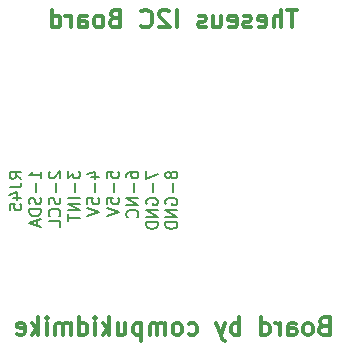
<source format=gbo>
G04 #@! TF.FileFunction,Legend,Bot*
%FSLAX46Y46*%
G04 Gerber Fmt 4.6, Leading zero omitted, Abs format (unit mm)*
G04 Created by KiCad (PCBNEW 4.0.7) date Thursday, May 03, 2018 'PMt' 09:52:22 PM*
%MOMM*%
%LPD*%
G01*
G04 APERTURE LIST*
%ADD10C,0.100000*%
%ADD11C,0.300000*%
%ADD12C,0.150000*%
G04 APERTURE END LIST*
D10*
D11*
X207278286Y-111017857D02*
X207064000Y-111089286D01*
X206992572Y-111160714D01*
X206921143Y-111303571D01*
X206921143Y-111517857D01*
X206992572Y-111660714D01*
X207064000Y-111732143D01*
X207206858Y-111803571D01*
X207778286Y-111803571D01*
X207778286Y-110303571D01*
X207278286Y-110303571D01*
X207135429Y-110375000D01*
X207064000Y-110446429D01*
X206992572Y-110589286D01*
X206992572Y-110732143D01*
X207064000Y-110875000D01*
X207135429Y-110946429D01*
X207278286Y-111017857D01*
X207778286Y-111017857D01*
X206064000Y-111803571D02*
X206206858Y-111732143D01*
X206278286Y-111660714D01*
X206349715Y-111517857D01*
X206349715Y-111089286D01*
X206278286Y-110946429D01*
X206206858Y-110875000D01*
X206064000Y-110803571D01*
X205849715Y-110803571D01*
X205706858Y-110875000D01*
X205635429Y-110946429D01*
X205564000Y-111089286D01*
X205564000Y-111517857D01*
X205635429Y-111660714D01*
X205706858Y-111732143D01*
X205849715Y-111803571D01*
X206064000Y-111803571D01*
X204278286Y-111803571D02*
X204278286Y-111017857D01*
X204349715Y-110875000D01*
X204492572Y-110803571D01*
X204778286Y-110803571D01*
X204921143Y-110875000D01*
X204278286Y-111732143D02*
X204421143Y-111803571D01*
X204778286Y-111803571D01*
X204921143Y-111732143D01*
X204992572Y-111589286D01*
X204992572Y-111446429D01*
X204921143Y-111303571D01*
X204778286Y-111232143D01*
X204421143Y-111232143D01*
X204278286Y-111160714D01*
X203564000Y-111803571D02*
X203564000Y-110803571D01*
X203564000Y-111089286D02*
X203492572Y-110946429D01*
X203421143Y-110875000D01*
X203278286Y-110803571D01*
X203135429Y-110803571D01*
X201992572Y-111803571D02*
X201992572Y-110303571D01*
X201992572Y-111732143D02*
X202135429Y-111803571D01*
X202421143Y-111803571D01*
X202564001Y-111732143D01*
X202635429Y-111660714D01*
X202706858Y-111517857D01*
X202706858Y-111089286D01*
X202635429Y-110946429D01*
X202564001Y-110875000D01*
X202421143Y-110803571D01*
X202135429Y-110803571D01*
X201992572Y-110875000D01*
X200135429Y-111803571D02*
X200135429Y-110303571D01*
X200135429Y-110875000D02*
X199992572Y-110803571D01*
X199706858Y-110803571D01*
X199564001Y-110875000D01*
X199492572Y-110946429D01*
X199421143Y-111089286D01*
X199421143Y-111517857D01*
X199492572Y-111660714D01*
X199564001Y-111732143D01*
X199706858Y-111803571D01*
X199992572Y-111803571D01*
X200135429Y-111732143D01*
X198921143Y-110803571D02*
X198564000Y-111803571D01*
X198206858Y-110803571D02*
X198564000Y-111803571D01*
X198706858Y-112160714D01*
X198778286Y-112232143D01*
X198921143Y-112303571D01*
X195849715Y-111732143D02*
X195992572Y-111803571D01*
X196278286Y-111803571D01*
X196421144Y-111732143D01*
X196492572Y-111660714D01*
X196564001Y-111517857D01*
X196564001Y-111089286D01*
X196492572Y-110946429D01*
X196421144Y-110875000D01*
X196278286Y-110803571D01*
X195992572Y-110803571D01*
X195849715Y-110875000D01*
X194992572Y-111803571D02*
X195135430Y-111732143D01*
X195206858Y-111660714D01*
X195278287Y-111517857D01*
X195278287Y-111089286D01*
X195206858Y-110946429D01*
X195135430Y-110875000D01*
X194992572Y-110803571D01*
X194778287Y-110803571D01*
X194635430Y-110875000D01*
X194564001Y-110946429D01*
X194492572Y-111089286D01*
X194492572Y-111517857D01*
X194564001Y-111660714D01*
X194635430Y-111732143D01*
X194778287Y-111803571D01*
X194992572Y-111803571D01*
X193849715Y-111803571D02*
X193849715Y-110803571D01*
X193849715Y-110946429D02*
X193778287Y-110875000D01*
X193635429Y-110803571D01*
X193421144Y-110803571D01*
X193278287Y-110875000D01*
X193206858Y-111017857D01*
X193206858Y-111803571D01*
X193206858Y-111017857D02*
X193135429Y-110875000D01*
X192992572Y-110803571D01*
X192778287Y-110803571D01*
X192635429Y-110875000D01*
X192564001Y-111017857D01*
X192564001Y-111803571D01*
X191849715Y-110803571D02*
X191849715Y-112303571D01*
X191849715Y-110875000D02*
X191706858Y-110803571D01*
X191421144Y-110803571D01*
X191278287Y-110875000D01*
X191206858Y-110946429D01*
X191135429Y-111089286D01*
X191135429Y-111517857D01*
X191206858Y-111660714D01*
X191278287Y-111732143D01*
X191421144Y-111803571D01*
X191706858Y-111803571D01*
X191849715Y-111732143D01*
X189849715Y-110803571D02*
X189849715Y-111803571D01*
X190492572Y-110803571D02*
X190492572Y-111589286D01*
X190421144Y-111732143D01*
X190278286Y-111803571D01*
X190064001Y-111803571D01*
X189921144Y-111732143D01*
X189849715Y-111660714D01*
X189135429Y-111803571D02*
X189135429Y-110303571D01*
X188992572Y-111232143D02*
X188564001Y-111803571D01*
X188564001Y-110803571D02*
X189135429Y-111375000D01*
X187921143Y-111803571D02*
X187921143Y-110803571D01*
X187921143Y-110303571D02*
X187992572Y-110375000D01*
X187921143Y-110446429D01*
X187849715Y-110375000D01*
X187921143Y-110303571D01*
X187921143Y-110446429D01*
X186564000Y-111803571D02*
X186564000Y-110303571D01*
X186564000Y-111732143D02*
X186706857Y-111803571D01*
X186992571Y-111803571D01*
X187135429Y-111732143D01*
X187206857Y-111660714D01*
X187278286Y-111517857D01*
X187278286Y-111089286D01*
X187206857Y-110946429D01*
X187135429Y-110875000D01*
X186992571Y-110803571D01*
X186706857Y-110803571D01*
X186564000Y-110875000D01*
X185849714Y-111803571D02*
X185849714Y-110803571D01*
X185849714Y-110946429D02*
X185778286Y-110875000D01*
X185635428Y-110803571D01*
X185421143Y-110803571D01*
X185278286Y-110875000D01*
X185206857Y-111017857D01*
X185206857Y-111803571D01*
X185206857Y-111017857D02*
X185135428Y-110875000D01*
X184992571Y-110803571D01*
X184778286Y-110803571D01*
X184635428Y-110875000D01*
X184564000Y-111017857D01*
X184564000Y-111803571D01*
X183849714Y-111803571D02*
X183849714Y-110803571D01*
X183849714Y-110303571D02*
X183921143Y-110375000D01*
X183849714Y-110446429D01*
X183778286Y-110375000D01*
X183849714Y-110303571D01*
X183849714Y-110446429D01*
X183135428Y-111803571D02*
X183135428Y-110303571D01*
X182992571Y-111232143D02*
X182564000Y-111803571D01*
X182564000Y-110803571D02*
X183135428Y-111375000D01*
X181349714Y-111732143D02*
X181492571Y-111803571D01*
X181778285Y-111803571D01*
X181921142Y-111732143D01*
X181992571Y-111589286D01*
X181992571Y-111017857D01*
X181921142Y-110875000D01*
X181778285Y-110803571D01*
X181492571Y-110803571D01*
X181349714Y-110875000D01*
X181278285Y-111017857D01*
X181278285Y-111160714D01*
X181992571Y-111303571D01*
X205064000Y-84268571D02*
X204206857Y-84268571D01*
X204635428Y-85768571D02*
X204635428Y-84268571D01*
X203706857Y-85768571D02*
X203706857Y-84268571D01*
X203064000Y-85768571D02*
X203064000Y-84982857D01*
X203135429Y-84840000D01*
X203278286Y-84768571D01*
X203492571Y-84768571D01*
X203635429Y-84840000D01*
X203706857Y-84911429D01*
X201778286Y-85697143D02*
X201921143Y-85768571D01*
X202206857Y-85768571D01*
X202349714Y-85697143D01*
X202421143Y-85554286D01*
X202421143Y-84982857D01*
X202349714Y-84840000D01*
X202206857Y-84768571D01*
X201921143Y-84768571D01*
X201778286Y-84840000D01*
X201706857Y-84982857D01*
X201706857Y-85125714D01*
X202421143Y-85268571D01*
X201135429Y-85697143D02*
X200992572Y-85768571D01*
X200706857Y-85768571D01*
X200564000Y-85697143D01*
X200492572Y-85554286D01*
X200492572Y-85482857D01*
X200564000Y-85340000D01*
X200706857Y-85268571D01*
X200921143Y-85268571D01*
X201064000Y-85197143D01*
X201135429Y-85054286D01*
X201135429Y-84982857D01*
X201064000Y-84840000D01*
X200921143Y-84768571D01*
X200706857Y-84768571D01*
X200564000Y-84840000D01*
X199278286Y-85697143D02*
X199421143Y-85768571D01*
X199706857Y-85768571D01*
X199849714Y-85697143D01*
X199921143Y-85554286D01*
X199921143Y-84982857D01*
X199849714Y-84840000D01*
X199706857Y-84768571D01*
X199421143Y-84768571D01*
X199278286Y-84840000D01*
X199206857Y-84982857D01*
X199206857Y-85125714D01*
X199921143Y-85268571D01*
X197921143Y-84768571D02*
X197921143Y-85768571D01*
X198564000Y-84768571D02*
X198564000Y-85554286D01*
X198492572Y-85697143D01*
X198349714Y-85768571D01*
X198135429Y-85768571D01*
X197992572Y-85697143D01*
X197921143Y-85625714D01*
X197278286Y-85697143D02*
X197135429Y-85768571D01*
X196849714Y-85768571D01*
X196706857Y-85697143D01*
X196635429Y-85554286D01*
X196635429Y-85482857D01*
X196706857Y-85340000D01*
X196849714Y-85268571D01*
X197064000Y-85268571D01*
X197206857Y-85197143D01*
X197278286Y-85054286D01*
X197278286Y-84982857D01*
X197206857Y-84840000D01*
X197064000Y-84768571D01*
X196849714Y-84768571D01*
X196706857Y-84840000D01*
X194849714Y-85768571D02*
X194849714Y-84268571D01*
X194206857Y-84411429D02*
X194135428Y-84340000D01*
X193992571Y-84268571D01*
X193635428Y-84268571D01*
X193492571Y-84340000D01*
X193421142Y-84411429D01*
X193349714Y-84554286D01*
X193349714Y-84697143D01*
X193421142Y-84911429D01*
X194278285Y-85768571D01*
X193349714Y-85768571D01*
X191849714Y-85625714D02*
X191921143Y-85697143D01*
X192135429Y-85768571D01*
X192278286Y-85768571D01*
X192492571Y-85697143D01*
X192635429Y-85554286D01*
X192706857Y-85411429D01*
X192778286Y-85125714D01*
X192778286Y-84911429D01*
X192706857Y-84625714D01*
X192635429Y-84482857D01*
X192492571Y-84340000D01*
X192278286Y-84268571D01*
X192135429Y-84268571D01*
X191921143Y-84340000D01*
X191849714Y-84411429D01*
X189564000Y-84982857D02*
X189349714Y-85054286D01*
X189278286Y-85125714D01*
X189206857Y-85268571D01*
X189206857Y-85482857D01*
X189278286Y-85625714D01*
X189349714Y-85697143D01*
X189492572Y-85768571D01*
X190064000Y-85768571D01*
X190064000Y-84268571D01*
X189564000Y-84268571D01*
X189421143Y-84340000D01*
X189349714Y-84411429D01*
X189278286Y-84554286D01*
X189278286Y-84697143D01*
X189349714Y-84840000D01*
X189421143Y-84911429D01*
X189564000Y-84982857D01*
X190064000Y-84982857D01*
X188349714Y-85768571D02*
X188492572Y-85697143D01*
X188564000Y-85625714D01*
X188635429Y-85482857D01*
X188635429Y-85054286D01*
X188564000Y-84911429D01*
X188492572Y-84840000D01*
X188349714Y-84768571D01*
X188135429Y-84768571D01*
X187992572Y-84840000D01*
X187921143Y-84911429D01*
X187849714Y-85054286D01*
X187849714Y-85482857D01*
X187921143Y-85625714D01*
X187992572Y-85697143D01*
X188135429Y-85768571D01*
X188349714Y-85768571D01*
X186564000Y-85768571D02*
X186564000Y-84982857D01*
X186635429Y-84840000D01*
X186778286Y-84768571D01*
X187064000Y-84768571D01*
X187206857Y-84840000D01*
X186564000Y-85697143D02*
X186706857Y-85768571D01*
X187064000Y-85768571D01*
X187206857Y-85697143D01*
X187278286Y-85554286D01*
X187278286Y-85411429D01*
X187206857Y-85268571D01*
X187064000Y-85197143D01*
X186706857Y-85197143D01*
X186564000Y-85125714D01*
X185849714Y-85768571D02*
X185849714Y-84768571D01*
X185849714Y-85054286D02*
X185778286Y-84911429D01*
X185706857Y-84840000D01*
X185564000Y-84768571D01*
X185421143Y-84768571D01*
X184278286Y-85768571D02*
X184278286Y-84268571D01*
X184278286Y-85697143D02*
X184421143Y-85768571D01*
X184706857Y-85768571D01*
X184849715Y-85697143D01*
X184921143Y-85625714D01*
X184992572Y-85482857D01*
X184992572Y-85054286D01*
X184921143Y-84911429D01*
X184849715Y-84840000D01*
X184706857Y-84768571D01*
X184421143Y-84768571D01*
X184278286Y-84840000D01*
D12*
X181685381Y-98599524D02*
X181209190Y-98266190D01*
X181685381Y-98028095D02*
X180685381Y-98028095D01*
X180685381Y-98409048D01*
X180733000Y-98504286D01*
X180780619Y-98551905D01*
X180875857Y-98599524D01*
X181018714Y-98599524D01*
X181113952Y-98551905D01*
X181161571Y-98504286D01*
X181209190Y-98409048D01*
X181209190Y-98028095D01*
X180685381Y-99313810D02*
X181399667Y-99313810D01*
X181542524Y-99266190D01*
X181637762Y-99170952D01*
X181685381Y-99028095D01*
X181685381Y-98932857D01*
X181018714Y-100218572D02*
X181685381Y-100218572D01*
X180637762Y-99980476D02*
X181352048Y-99742381D01*
X181352048Y-100361429D01*
X180685381Y-101218572D02*
X180685381Y-100742381D01*
X181161571Y-100694762D01*
X181113952Y-100742381D01*
X181066333Y-100837619D01*
X181066333Y-101075715D01*
X181113952Y-101170953D01*
X181161571Y-101218572D01*
X181256810Y-101266191D01*
X181494905Y-101266191D01*
X181590143Y-101218572D01*
X181637762Y-101170953D01*
X181685381Y-101075715D01*
X181685381Y-100837619D01*
X181637762Y-100742381D01*
X181590143Y-100694762D01*
X183335381Y-98551905D02*
X183335381Y-97980476D01*
X183335381Y-98266190D02*
X182335381Y-98266190D01*
X182478238Y-98170952D01*
X182573476Y-98075714D01*
X182621095Y-97980476D01*
X182954429Y-98980476D02*
X182954429Y-99742381D01*
X183287762Y-100170952D02*
X183335381Y-100313809D01*
X183335381Y-100551905D01*
X183287762Y-100647143D01*
X183240143Y-100694762D01*
X183144905Y-100742381D01*
X183049667Y-100742381D01*
X182954429Y-100694762D01*
X182906810Y-100647143D01*
X182859190Y-100551905D01*
X182811571Y-100361428D01*
X182763952Y-100266190D01*
X182716333Y-100218571D01*
X182621095Y-100170952D01*
X182525857Y-100170952D01*
X182430619Y-100218571D01*
X182383000Y-100266190D01*
X182335381Y-100361428D01*
X182335381Y-100599524D01*
X182383000Y-100742381D01*
X183335381Y-101170952D02*
X182335381Y-101170952D01*
X182335381Y-101409047D01*
X182383000Y-101551905D01*
X182478238Y-101647143D01*
X182573476Y-101694762D01*
X182763952Y-101742381D01*
X182906810Y-101742381D01*
X183097286Y-101694762D01*
X183192524Y-101647143D01*
X183287762Y-101551905D01*
X183335381Y-101409047D01*
X183335381Y-101170952D01*
X183049667Y-102123333D02*
X183049667Y-102599524D01*
X183335381Y-102028095D02*
X182335381Y-102361428D01*
X183335381Y-102694762D01*
X184080619Y-97980476D02*
X184033000Y-98028095D01*
X183985381Y-98123333D01*
X183985381Y-98361429D01*
X184033000Y-98456667D01*
X184080619Y-98504286D01*
X184175857Y-98551905D01*
X184271095Y-98551905D01*
X184413952Y-98504286D01*
X184985381Y-97932857D01*
X184985381Y-98551905D01*
X184604429Y-98980476D02*
X184604429Y-99742381D01*
X184937762Y-100170952D02*
X184985381Y-100313809D01*
X184985381Y-100551905D01*
X184937762Y-100647143D01*
X184890143Y-100694762D01*
X184794905Y-100742381D01*
X184699667Y-100742381D01*
X184604429Y-100694762D01*
X184556810Y-100647143D01*
X184509190Y-100551905D01*
X184461571Y-100361428D01*
X184413952Y-100266190D01*
X184366333Y-100218571D01*
X184271095Y-100170952D01*
X184175857Y-100170952D01*
X184080619Y-100218571D01*
X184033000Y-100266190D01*
X183985381Y-100361428D01*
X183985381Y-100599524D01*
X184033000Y-100742381D01*
X184890143Y-101742381D02*
X184937762Y-101694762D01*
X184985381Y-101551905D01*
X184985381Y-101456667D01*
X184937762Y-101313809D01*
X184842524Y-101218571D01*
X184747286Y-101170952D01*
X184556810Y-101123333D01*
X184413952Y-101123333D01*
X184223476Y-101170952D01*
X184128238Y-101218571D01*
X184033000Y-101313809D01*
X183985381Y-101456667D01*
X183985381Y-101551905D01*
X184033000Y-101694762D01*
X184080619Y-101742381D01*
X184985381Y-102647143D02*
X184985381Y-102170952D01*
X183985381Y-102170952D01*
X185635381Y-97932857D02*
X185635381Y-98551905D01*
X186016333Y-98218571D01*
X186016333Y-98361429D01*
X186063952Y-98456667D01*
X186111571Y-98504286D01*
X186206810Y-98551905D01*
X186444905Y-98551905D01*
X186540143Y-98504286D01*
X186587762Y-98456667D01*
X186635381Y-98361429D01*
X186635381Y-98075714D01*
X186587762Y-97980476D01*
X186540143Y-97932857D01*
X186254429Y-98980476D02*
X186254429Y-99742381D01*
X186635381Y-100218571D02*
X185635381Y-100218571D01*
X186635381Y-100694761D02*
X185635381Y-100694761D01*
X186635381Y-101266190D01*
X185635381Y-101266190D01*
X185635381Y-101599523D02*
X185635381Y-102170952D01*
X186635381Y-101885237D02*
X185635381Y-101885237D01*
X187618714Y-98456667D02*
X188285381Y-98456667D01*
X187237762Y-98218571D02*
X187952048Y-97980476D01*
X187952048Y-98599524D01*
X187904429Y-98980476D02*
X187904429Y-99742381D01*
X187285381Y-100694762D02*
X187285381Y-100218571D01*
X187761571Y-100170952D01*
X187713952Y-100218571D01*
X187666333Y-100313809D01*
X187666333Y-100551905D01*
X187713952Y-100647143D01*
X187761571Y-100694762D01*
X187856810Y-100742381D01*
X188094905Y-100742381D01*
X188190143Y-100694762D01*
X188237762Y-100647143D01*
X188285381Y-100551905D01*
X188285381Y-100313809D01*
X188237762Y-100218571D01*
X188190143Y-100170952D01*
X187285381Y-101028095D02*
X188285381Y-101361428D01*
X187285381Y-101694762D01*
X188935381Y-98504286D02*
X188935381Y-98028095D01*
X189411571Y-97980476D01*
X189363952Y-98028095D01*
X189316333Y-98123333D01*
X189316333Y-98361429D01*
X189363952Y-98456667D01*
X189411571Y-98504286D01*
X189506810Y-98551905D01*
X189744905Y-98551905D01*
X189840143Y-98504286D01*
X189887762Y-98456667D01*
X189935381Y-98361429D01*
X189935381Y-98123333D01*
X189887762Y-98028095D01*
X189840143Y-97980476D01*
X189554429Y-98980476D02*
X189554429Y-99742381D01*
X188935381Y-100694762D02*
X188935381Y-100218571D01*
X189411571Y-100170952D01*
X189363952Y-100218571D01*
X189316333Y-100313809D01*
X189316333Y-100551905D01*
X189363952Y-100647143D01*
X189411571Y-100694762D01*
X189506810Y-100742381D01*
X189744905Y-100742381D01*
X189840143Y-100694762D01*
X189887762Y-100647143D01*
X189935381Y-100551905D01*
X189935381Y-100313809D01*
X189887762Y-100218571D01*
X189840143Y-100170952D01*
X188935381Y-101028095D02*
X189935381Y-101361428D01*
X188935381Y-101694762D01*
X190585381Y-98456667D02*
X190585381Y-98266190D01*
X190633000Y-98170952D01*
X190680619Y-98123333D01*
X190823476Y-98028095D01*
X191013952Y-97980476D01*
X191394905Y-97980476D01*
X191490143Y-98028095D01*
X191537762Y-98075714D01*
X191585381Y-98170952D01*
X191585381Y-98361429D01*
X191537762Y-98456667D01*
X191490143Y-98504286D01*
X191394905Y-98551905D01*
X191156810Y-98551905D01*
X191061571Y-98504286D01*
X191013952Y-98456667D01*
X190966333Y-98361429D01*
X190966333Y-98170952D01*
X191013952Y-98075714D01*
X191061571Y-98028095D01*
X191156810Y-97980476D01*
X191204429Y-98980476D02*
X191204429Y-99742381D01*
X191585381Y-100218571D02*
X190585381Y-100218571D01*
X191585381Y-100790000D01*
X190585381Y-100790000D01*
X191490143Y-101837619D02*
X191537762Y-101790000D01*
X191585381Y-101647143D01*
X191585381Y-101551905D01*
X191537762Y-101409047D01*
X191442524Y-101313809D01*
X191347286Y-101266190D01*
X191156810Y-101218571D01*
X191013952Y-101218571D01*
X190823476Y-101266190D01*
X190728238Y-101313809D01*
X190633000Y-101409047D01*
X190585381Y-101551905D01*
X190585381Y-101647143D01*
X190633000Y-101790000D01*
X190680619Y-101837619D01*
X192235381Y-97932857D02*
X192235381Y-98599524D01*
X193235381Y-98170952D01*
X192854429Y-98980476D02*
X192854429Y-99742381D01*
X192283000Y-100742381D02*
X192235381Y-100647143D01*
X192235381Y-100504286D01*
X192283000Y-100361428D01*
X192378238Y-100266190D01*
X192473476Y-100218571D01*
X192663952Y-100170952D01*
X192806810Y-100170952D01*
X192997286Y-100218571D01*
X193092524Y-100266190D01*
X193187762Y-100361428D01*
X193235381Y-100504286D01*
X193235381Y-100599524D01*
X193187762Y-100742381D01*
X193140143Y-100790000D01*
X192806810Y-100790000D01*
X192806810Y-100599524D01*
X193235381Y-101218571D02*
X192235381Y-101218571D01*
X193235381Y-101790000D01*
X192235381Y-101790000D01*
X193235381Y-102266190D02*
X192235381Y-102266190D01*
X192235381Y-102504285D01*
X192283000Y-102647143D01*
X192378238Y-102742381D01*
X192473476Y-102790000D01*
X192663952Y-102837619D01*
X192806810Y-102837619D01*
X192997286Y-102790000D01*
X193092524Y-102742381D01*
X193187762Y-102647143D01*
X193235381Y-102504285D01*
X193235381Y-102266190D01*
X194313952Y-98170952D02*
X194266333Y-98075714D01*
X194218714Y-98028095D01*
X194123476Y-97980476D01*
X194075857Y-97980476D01*
X193980619Y-98028095D01*
X193933000Y-98075714D01*
X193885381Y-98170952D01*
X193885381Y-98361429D01*
X193933000Y-98456667D01*
X193980619Y-98504286D01*
X194075857Y-98551905D01*
X194123476Y-98551905D01*
X194218714Y-98504286D01*
X194266333Y-98456667D01*
X194313952Y-98361429D01*
X194313952Y-98170952D01*
X194361571Y-98075714D01*
X194409190Y-98028095D01*
X194504429Y-97980476D01*
X194694905Y-97980476D01*
X194790143Y-98028095D01*
X194837762Y-98075714D01*
X194885381Y-98170952D01*
X194885381Y-98361429D01*
X194837762Y-98456667D01*
X194790143Y-98504286D01*
X194694905Y-98551905D01*
X194504429Y-98551905D01*
X194409190Y-98504286D01*
X194361571Y-98456667D01*
X194313952Y-98361429D01*
X194504429Y-98980476D02*
X194504429Y-99742381D01*
X193933000Y-100742381D02*
X193885381Y-100647143D01*
X193885381Y-100504286D01*
X193933000Y-100361428D01*
X194028238Y-100266190D01*
X194123476Y-100218571D01*
X194313952Y-100170952D01*
X194456810Y-100170952D01*
X194647286Y-100218571D01*
X194742524Y-100266190D01*
X194837762Y-100361428D01*
X194885381Y-100504286D01*
X194885381Y-100599524D01*
X194837762Y-100742381D01*
X194790143Y-100790000D01*
X194456810Y-100790000D01*
X194456810Y-100599524D01*
X194885381Y-101218571D02*
X193885381Y-101218571D01*
X194885381Y-101790000D01*
X193885381Y-101790000D01*
X194885381Y-102266190D02*
X193885381Y-102266190D01*
X193885381Y-102504285D01*
X193933000Y-102647143D01*
X194028238Y-102742381D01*
X194123476Y-102790000D01*
X194313952Y-102837619D01*
X194456810Y-102837619D01*
X194647286Y-102790000D01*
X194742524Y-102742381D01*
X194837762Y-102647143D01*
X194885381Y-102504285D01*
X194885381Y-102266190D01*
M02*

</source>
